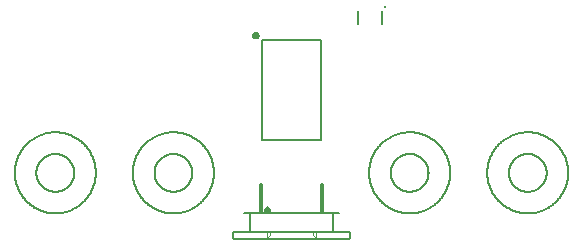
<source format=gbr>
G04 EAGLE Gerber RS-274X export*
G75*
%MOMM*%
%FSLAX34Y34*%
%LPD*%
%INSilkscreen Top*%
%IPPOS*%
%AMOC8*
5,1,8,0,0,1.08239X$1,22.5*%
G01*
%ADD10C,0.203200*%
%ADD11C,0.300000*%
%ADD12C,0.101600*%
%ADD13C,0.152400*%

G36*
X470545Y502930D02*
X470545Y502930D01*
X470547Y502932D01*
X470548Y502931D01*
X471219Y503166D01*
X471220Y503167D01*
X471221Y503167D01*
X471823Y503545D01*
X471824Y503547D01*
X471826Y503547D01*
X472328Y504049D01*
X472328Y504051D01*
X472330Y504052D01*
X472708Y504654D01*
X472708Y504655D01*
X472709Y504656D01*
X472944Y505327D01*
X472944Y505329D01*
X472945Y505330D01*
X473024Y506036D01*
X473024Y506037D01*
X473023Y506038D01*
X473024Y506039D01*
X472945Y506745D01*
X472943Y506747D01*
X472944Y506748D01*
X472709Y507419D01*
X472708Y507420D01*
X472708Y507421D01*
X472330Y508023D01*
X472328Y508024D01*
X472328Y508026D01*
X471826Y508528D01*
X471824Y508528D01*
X471823Y508530D01*
X471221Y508908D01*
X471220Y508908D01*
X471219Y508909D01*
X470548Y509144D01*
X470546Y509144D01*
X470545Y509145D01*
X469839Y509224D01*
X469837Y509223D01*
X469836Y509224D01*
X469130Y509145D01*
X469128Y509143D01*
X469127Y509144D01*
X468456Y508909D01*
X468455Y508908D01*
X468454Y508908D01*
X467852Y508530D01*
X467851Y508528D01*
X467849Y508528D01*
X467347Y508026D01*
X467347Y508024D01*
X467345Y508023D01*
X466967Y507421D01*
X466967Y507420D01*
X466966Y507419D01*
X466731Y506748D01*
X466732Y506746D01*
X466730Y506745D01*
X466651Y506039D01*
X466652Y506037D01*
X466651Y506036D01*
X466730Y505330D01*
X466732Y505328D01*
X466731Y505327D01*
X466966Y504656D01*
X466967Y504655D01*
X466967Y504654D01*
X467345Y504052D01*
X467347Y504051D01*
X467347Y504049D01*
X467849Y503547D01*
X467851Y503547D01*
X467852Y503545D01*
X468454Y503167D01*
X468455Y503167D01*
X468456Y503166D01*
X469127Y502931D01*
X469129Y502932D01*
X469130Y502930D01*
X469836Y502851D01*
X469838Y502852D01*
X469839Y502851D01*
X470545Y502930D01*
G37*
G36*
X482505Y356994D02*
X482505Y356994D01*
X482510Y356993D01*
X482603Y357014D01*
X482697Y357032D01*
X482701Y357035D01*
X482706Y357036D01*
X482784Y357092D01*
X482862Y357145D01*
X482865Y357149D01*
X482869Y357152D01*
X482920Y357234D01*
X482972Y357313D01*
X482972Y357318D01*
X482975Y357323D01*
X483007Y357500D01*
X483007Y358000D01*
X482994Y358065D01*
X482990Y358132D01*
X482974Y358166D01*
X482968Y358197D01*
X482959Y358209D01*
X482958Y358213D01*
X482937Y358243D01*
X482913Y358295D01*
X480413Y361795D01*
X480348Y361855D01*
X480286Y361919D01*
X480275Y361923D01*
X480266Y361932D01*
X480184Y361962D01*
X480102Y361997D01*
X480090Y361997D01*
X480078Y362001D01*
X479990Y361997D01*
X479901Y361998D01*
X479890Y361993D01*
X479878Y361992D01*
X479798Y361955D01*
X479716Y361921D01*
X479707Y361912D01*
X479697Y361907D01*
X479660Y361866D01*
X479587Y361795D01*
X477087Y358295D01*
X477061Y358236D01*
X477034Y358194D01*
X477033Y358191D01*
X477025Y358177D01*
X477018Y358141D01*
X477005Y358112D01*
X477004Y358063D01*
X476993Y358000D01*
X476993Y357500D01*
X476994Y357495D01*
X476993Y357490D01*
X477014Y357397D01*
X477032Y357304D01*
X477035Y357299D01*
X477036Y357294D01*
X477092Y357216D01*
X477145Y357138D01*
X477149Y357135D01*
X477152Y357131D01*
X477234Y357080D01*
X477313Y357028D01*
X477318Y357028D01*
X477323Y357025D01*
X477500Y356993D01*
X482500Y356993D01*
X482505Y356994D01*
G37*
D10*
X525000Y502500D02*
X525000Y417500D01*
X475000Y417500D01*
X475000Y502500D01*
X525000Y502500D01*
X556216Y515956D02*
X556216Y526956D01*
X576216Y526956D02*
X576216Y515956D01*
D11*
X579566Y530306D03*
D10*
X450500Y340000D02*
X450500Y335000D01*
X451500Y334000D01*
X548500Y334000D01*
X549500Y335000D01*
X549500Y340000D01*
X450500Y340000D01*
X459500Y356000D02*
X540500Y356000D01*
X465000Y355000D02*
X465000Y341000D01*
X535000Y341000D02*
X535000Y355000D01*
D12*
X479500Y339000D02*
X479500Y335000D01*
X482000Y337500D01*
X482000Y339000D01*
X518000Y339000D02*
X518000Y337500D01*
X520500Y335000D01*
X520500Y339000D01*
D10*
X473500Y357500D02*
X473500Y380000D01*
X473502Y380054D01*
X473508Y380107D01*
X473517Y380159D01*
X473530Y380211D01*
X473547Y380262D01*
X473568Y380312D01*
X473592Y380359D01*
X473619Y380405D01*
X473650Y380449D01*
X473683Y380491D01*
X473720Y380530D01*
X473759Y380567D01*
X473801Y380600D01*
X473845Y380631D01*
X473891Y380658D01*
X473938Y380682D01*
X473988Y380703D01*
X474039Y380720D01*
X474091Y380733D01*
X474143Y380742D01*
X474196Y380748D01*
X474250Y380750D01*
X474304Y380748D01*
X474357Y380742D01*
X474409Y380733D01*
X474461Y380720D01*
X474512Y380703D01*
X474562Y380682D01*
X474609Y380658D01*
X474655Y380631D01*
X474699Y380600D01*
X474741Y380567D01*
X474780Y380530D01*
X474817Y380491D01*
X474850Y380449D01*
X474881Y380405D01*
X474908Y380359D01*
X474932Y380312D01*
X474953Y380262D01*
X474970Y380211D01*
X474983Y380159D01*
X474992Y380107D01*
X474998Y380054D01*
X475000Y380000D01*
X475000Y357500D01*
X525000Y357500D02*
X525000Y380000D01*
X525002Y380054D01*
X525008Y380107D01*
X525017Y380159D01*
X525030Y380211D01*
X525047Y380262D01*
X525068Y380312D01*
X525092Y380359D01*
X525119Y380405D01*
X525150Y380449D01*
X525183Y380491D01*
X525220Y380530D01*
X525259Y380567D01*
X525301Y380600D01*
X525345Y380631D01*
X525391Y380658D01*
X525438Y380682D01*
X525488Y380703D01*
X525539Y380720D01*
X525591Y380733D01*
X525643Y380742D01*
X525696Y380748D01*
X525750Y380750D01*
X525804Y380748D01*
X525857Y380742D01*
X525909Y380733D01*
X525961Y380720D01*
X526012Y380703D01*
X526062Y380682D01*
X526109Y380658D01*
X526155Y380631D01*
X526199Y380600D01*
X526241Y380567D01*
X526280Y380530D01*
X526317Y380491D01*
X526350Y380449D01*
X526381Y380405D01*
X526408Y380359D01*
X526432Y380312D01*
X526453Y380262D01*
X526470Y380211D01*
X526483Y380159D01*
X526492Y380107D01*
X526498Y380054D01*
X526500Y380000D01*
X526500Y357500D01*
D13*
X565710Y390000D02*
X565720Y390842D01*
X565751Y391683D01*
X565803Y392523D01*
X565875Y393361D01*
X565968Y394197D01*
X566081Y395031D01*
X566215Y395862D01*
X566369Y396690D01*
X566543Y397513D01*
X566738Y398332D01*
X566952Y399146D01*
X567187Y399954D01*
X567441Y400756D01*
X567714Y401552D01*
X568008Y402341D01*
X568320Y403122D01*
X568652Y403896D01*
X569002Y404661D01*
X569371Y405417D01*
X569759Y406164D01*
X570165Y406901D01*
X570588Y407629D01*
X571030Y408345D01*
X571489Y409051D01*
X571965Y409744D01*
X572458Y410427D01*
X572968Y411096D01*
X573493Y411753D01*
X574035Y412397D01*
X574593Y413028D01*
X575166Y413644D01*
X575753Y414247D01*
X576356Y414834D01*
X576972Y415407D01*
X577603Y415965D01*
X578247Y416507D01*
X578904Y417032D01*
X579573Y417542D01*
X580256Y418035D01*
X580949Y418511D01*
X581655Y418970D01*
X582371Y419412D01*
X583099Y419835D01*
X583836Y420241D01*
X584583Y420629D01*
X585339Y420998D01*
X586104Y421348D01*
X586878Y421680D01*
X587659Y421992D01*
X588448Y422286D01*
X589244Y422559D01*
X590046Y422813D01*
X590854Y423048D01*
X591668Y423262D01*
X592487Y423457D01*
X593310Y423631D01*
X594138Y423785D01*
X594969Y423919D01*
X595803Y424032D01*
X596639Y424125D01*
X597477Y424197D01*
X598317Y424249D01*
X599158Y424280D01*
X600000Y424290D01*
X600842Y424280D01*
X601683Y424249D01*
X602523Y424197D01*
X603361Y424125D01*
X604197Y424032D01*
X605031Y423919D01*
X605862Y423785D01*
X606690Y423631D01*
X607513Y423457D01*
X608332Y423262D01*
X609146Y423048D01*
X609954Y422813D01*
X610756Y422559D01*
X611552Y422286D01*
X612341Y421992D01*
X613122Y421680D01*
X613896Y421348D01*
X614661Y420998D01*
X615417Y420629D01*
X616164Y420241D01*
X616901Y419835D01*
X617629Y419412D01*
X618345Y418970D01*
X619051Y418511D01*
X619744Y418035D01*
X620427Y417542D01*
X621096Y417032D01*
X621753Y416507D01*
X622397Y415965D01*
X623028Y415407D01*
X623644Y414834D01*
X624247Y414247D01*
X624834Y413644D01*
X625407Y413028D01*
X625965Y412397D01*
X626507Y411753D01*
X627032Y411096D01*
X627542Y410427D01*
X628035Y409744D01*
X628511Y409051D01*
X628970Y408345D01*
X629412Y407629D01*
X629835Y406901D01*
X630241Y406164D01*
X630629Y405417D01*
X630998Y404661D01*
X631348Y403896D01*
X631680Y403122D01*
X631992Y402341D01*
X632286Y401552D01*
X632559Y400756D01*
X632813Y399954D01*
X633048Y399146D01*
X633262Y398332D01*
X633457Y397513D01*
X633631Y396690D01*
X633785Y395862D01*
X633919Y395031D01*
X634032Y394197D01*
X634125Y393361D01*
X634197Y392523D01*
X634249Y391683D01*
X634280Y390842D01*
X634290Y390000D01*
X634280Y389158D01*
X634249Y388317D01*
X634197Y387477D01*
X634125Y386639D01*
X634032Y385803D01*
X633919Y384969D01*
X633785Y384138D01*
X633631Y383310D01*
X633457Y382487D01*
X633262Y381668D01*
X633048Y380854D01*
X632813Y380046D01*
X632559Y379244D01*
X632286Y378448D01*
X631992Y377659D01*
X631680Y376878D01*
X631348Y376104D01*
X630998Y375339D01*
X630629Y374583D01*
X630241Y373836D01*
X629835Y373099D01*
X629412Y372371D01*
X628970Y371655D01*
X628511Y370949D01*
X628035Y370256D01*
X627542Y369573D01*
X627032Y368904D01*
X626507Y368247D01*
X625965Y367603D01*
X625407Y366972D01*
X624834Y366356D01*
X624247Y365753D01*
X623644Y365166D01*
X623028Y364593D01*
X622397Y364035D01*
X621753Y363493D01*
X621096Y362968D01*
X620427Y362458D01*
X619744Y361965D01*
X619051Y361489D01*
X618345Y361030D01*
X617629Y360588D01*
X616901Y360165D01*
X616164Y359759D01*
X615417Y359371D01*
X614661Y359002D01*
X613896Y358652D01*
X613122Y358320D01*
X612341Y358008D01*
X611552Y357714D01*
X610756Y357441D01*
X609954Y357187D01*
X609146Y356952D01*
X608332Y356738D01*
X607513Y356543D01*
X606690Y356369D01*
X605862Y356215D01*
X605031Y356081D01*
X604197Y355968D01*
X603361Y355875D01*
X602523Y355803D01*
X601683Y355751D01*
X600842Y355720D01*
X600000Y355710D01*
X599158Y355720D01*
X598317Y355751D01*
X597477Y355803D01*
X596639Y355875D01*
X595803Y355968D01*
X594969Y356081D01*
X594138Y356215D01*
X593310Y356369D01*
X592487Y356543D01*
X591668Y356738D01*
X590854Y356952D01*
X590046Y357187D01*
X589244Y357441D01*
X588448Y357714D01*
X587659Y358008D01*
X586878Y358320D01*
X586104Y358652D01*
X585339Y359002D01*
X584583Y359371D01*
X583836Y359759D01*
X583099Y360165D01*
X582371Y360588D01*
X581655Y361030D01*
X580949Y361489D01*
X580256Y361965D01*
X579573Y362458D01*
X578904Y362968D01*
X578247Y363493D01*
X577603Y364035D01*
X576972Y364593D01*
X576356Y365166D01*
X575753Y365753D01*
X575166Y366356D01*
X574593Y366972D01*
X574035Y367603D01*
X573493Y368247D01*
X572968Y368904D01*
X572458Y369573D01*
X571965Y370256D01*
X571489Y370949D01*
X571030Y371655D01*
X570588Y372371D01*
X570165Y373099D01*
X569759Y373836D01*
X569371Y374583D01*
X569002Y375339D01*
X568652Y376104D01*
X568320Y376878D01*
X568008Y377659D01*
X567714Y378448D01*
X567441Y379244D01*
X567187Y380046D01*
X566952Y380854D01*
X566738Y381668D01*
X566543Y382487D01*
X566369Y383310D01*
X566215Y384138D01*
X566081Y384969D01*
X565968Y385803D01*
X565875Y386639D01*
X565803Y387477D01*
X565751Y388317D01*
X565720Y389158D01*
X565710Y390000D01*
D10*
X584000Y390000D02*
X584005Y390393D01*
X584019Y390785D01*
X584043Y391177D01*
X584077Y391568D01*
X584120Y391959D01*
X584173Y392348D01*
X584236Y392735D01*
X584307Y393121D01*
X584389Y393506D01*
X584479Y393888D01*
X584580Y394267D01*
X584689Y394645D01*
X584808Y395019D01*
X584935Y395390D01*
X585072Y395758D01*
X585218Y396123D01*
X585373Y396484D01*
X585536Y396841D01*
X585708Y397194D01*
X585889Y397542D01*
X586079Y397886D01*
X586276Y398226D01*
X586482Y398560D01*
X586696Y398889D01*
X586919Y399213D01*
X587149Y399531D01*
X587386Y399844D01*
X587632Y400150D01*
X587885Y400451D01*
X588145Y400745D01*
X588412Y401033D01*
X588686Y401314D01*
X588967Y401588D01*
X589255Y401855D01*
X589549Y402115D01*
X589850Y402368D01*
X590156Y402614D01*
X590469Y402851D01*
X590787Y403081D01*
X591111Y403304D01*
X591440Y403518D01*
X591774Y403724D01*
X592114Y403921D01*
X592458Y404111D01*
X592806Y404292D01*
X593159Y404464D01*
X593516Y404627D01*
X593877Y404782D01*
X594242Y404928D01*
X594610Y405065D01*
X594981Y405192D01*
X595355Y405311D01*
X595733Y405420D01*
X596112Y405521D01*
X596494Y405611D01*
X596879Y405693D01*
X597265Y405764D01*
X597652Y405827D01*
X598041Y405880D01*
X598432Y405923D01*
X598823Y405957D01*
X599215Y405981D01*
X599607Y405995D01*
X600000Y406000D01*
X600393Y405995D01*
X600785Y405981D01*
X601177Y405957D01*
X601568Y405923D01*
X601959Y405880D01*
X602348Y405827D01*
X602735Y405764D01*
X603121Y405693D01*
X603506Y405611D01*
X603888Y405521D01*
X604267Y405420D01*
X604645Y405311D01*
X605019Y405192D01*
X605390Y405065D01*
X605758Y404928D01*
X606123Y404782D01*
X606484Y404627D01*
X606841Y404464D01*
X607194Y404292D01*
X607542Y404111D01*
X607886Y403921D01*
X608226Y403724D01*
X608560Y403518D01*
X608889Y403304D01*
X609213Y403081D01*
X609531Y402851D01*
X609844Y402614D01*
X610150Y402368D01*
X610451Y402115D01*
X610745Y401855D01*
X611033Y401588D01*
X611314Y401314D01*
X611588Y401033D01*
X611855Y400745D01*
X612115Y400451D01*
X612368Y400150D01*
X612614Y399844D01*
X612851Y399531D01*
X613081Y399213D01*
X613304Y398889D01*
X613518Y398560D01*
X613724Y398226D01*
X613921Y397886D01*
X614111Y397542D01*
X614292Y397194D01*
X614464Y396841D01*
X614627Y396484D01*
X614782Y396123D01*
X614928Y395758D01*
X615065Y395390D01*
X615192Y395019D01*
X615311Y394645D01*
X615420Y394267D01*
X615521Y393888D01*
X615611Y393506D01*
X615693Y393121D01*
X615764Y392735D01*
X615827Y392348D01*
X615880Y391959D01*
X615923Y391568D01*
X615957Y391177D01*
X615981Y390785D01*
X615995Y390393D01*
X616000Y390000D01*
X615995Y389607D01*
X615981Y389215D01*
X615957Y388823D01*
X615923Y388432D01*
X615880Y388041D01*
X615827Y387652D01*
X615764Y387265D01*
X615693Y386879D01*
X615611Y386494D01*
X615521Y386112D01*
X615420Y385733D01*
X615311Y385355D01*
X615192Y384981D01*
X615065Y384610D01*
X614928Y384242D01*
X614782Y383877D01*
X614627Y383516D01*
X614464Y383159D01*
X614292Y382806D01*
X614111Y382458D01*
X613921Y382114D01*
X613724Y381774D01*
X613518Y381440D01*
X613304Y381111D01*
X613081Y380787D01*
X612851Y380469D01*
X612614Y380156D01*
X612368Y379850D01*
X612115Y379549D01*
X611855Y379255D01*
X611588Y378967D01*
X611314Y378686D01*
X611033Y378412D01*
X610745Y378145D01*
X610451Y377885D01*
X610150Y377632D01*
X609844Y377386D01*
X609531Y377149D01*
X609213Y376919D01*
X608889Y376696D01*
X608560Y376482D01*
X608226Y376276D01*
X607886Y376079D01*
X607542Y375889D01*
X607194Y375708D01*
X606841Y375536D01*
X606484Y375373D01*
X606123Y375218D01*
X605758Y375072D01*
X605390Y374935D01*
X605019Y374808D01*
X604645Y374689D01*
X604267Y374580D01*
X603888Y374479D01*
X603506Y374389D01*
X603121Y374307D01*
X602735Y374236D01*
X602348Y374173D01*
X601959Y374120D01*
X601568Y374077D01*
X601177Y374043D01*
X600785Y374019D01*
X600393Y374005D01*
X600000Y374000D01*
X599607Y374005D01*
X599215Y374019D01*
X598823Y374043D01*
X598432Y374077D01*
X598041Y374120D01*
X597652Y374173D01*
X597265Y374236D01*
X596879Y374307D01*
X596494Y374389D01*
X596112Y374479D01*
X595733Y374580D01*
X595355Y374689D01*
X594981Y374808D01*
X594610Y374935D01*
X594242Y375072D01*
X593877Y375218D01*
X593516Y375373D01*
X593159Y375536D01*
X592806Y375708D01*
X592458Y375889D01*
X592114Y376079D01*
X591774Y376276D01*
X591440Y376482D01*
X591111Y376696D01*
X590787Y376919D01*
X590469Y377149D01*
X590156Y377386D01*
X589850Y377632D01*
X589549Y377885D01*
X589255Y378145D01*
X588967Y378412D01*
X588686Y378686D01*
X588412Y378967D01*
X588145Y379255D01*
X587885Y379549D01*
X587632Y379850D01*
X587386Y380156D01*
X587149Y380469D01*
X586919Y380787D01*
X586696Y381111D01*
X586482Y381440D01*
X586276Y381774D01*
X586079Y382114D01*
X585889Y382458D01*
X585708Y382806D01*
X585536Y383159D01*
X585373Y383516D01*
X585218Y383877D01*
X585072Y384242D01*
X584935Y384610D01*
X584808Y384981D01*
X584689Y385355D01*
X584580Y385733D01*
X584479Y386112D01*
X584389Y386494D01*
X584307Y386879D01*
X584236Y387265D01*
X584173Y387652D01*
X584120Y388041D01*
X584077Y388432D01*
X584043Y388823D01*
X584019Y389215D01*
X584005Y389607D01*
X584000Y390000D01*
D13*
X265710Y390000D02*
X265720Y390842D01*
X265751Y391683D01*
X265803Y392523D01*
X265875Y393361D01*
X265968Y394197D01*
X266081Y395031D01*
X266215Y395862D01*
X266369Y396690D01*
X266543Y397513D01*
X266738Y398332D01*
X266952Y399146D01*
X267187Y399954D01*
X267441Y400756D01*
X267714Y401552D01*
X268008Y402341D01*
X268320Y403122D01*
X268652Y403896D01*
X269002Y404661D01*
X269371Y405417D01*
X269759Y406164D01*
X270165Y406901D01*
X270588Y407629D01*
X271030Y408345D01*
X271489Y409051D01*
X271965Y409744D01*
X272458Y410427D01*
X272968Y411096D01*
X273493Y411753D01*
X274035Y412397D01*
X274593Y413028D01*
X275166Y413644D01*
X275753Y414247D01*
X276356Y414834D01*
X276972Y415407D01*
X277603Y415965D01*
X278247Y416507D01*
X278904Y417032D01*
X279573Y417542D01*
X280256Y418035D01*
X280949Y418511D01*
X281655Y418970D01*
X282371Y419412D01*
X283099Y419835D01*
X283836Y420241D01*
X284583Y420629D01*
X285339Y420998D01*
X286104Y421348D01*
X286878Y421680D01*
X287659Y421992D01*
X288448Y422286D01*
X289244Y422559D01*
X290046Y422813D01*
X290854Y423048D01*
X291668Y423262D01*
X292487Y423457D01*
X293310Y423631D01*
X294138Y423785D01*
X294969Y423919D01*
X295803Y424032D01*
X296639Y424125D01*
X297477Y424197D01*
X298317Y424249D01*
X299158Y424280D01*
X300000Y424290D01*
X300842Y424280D01*
X301683Y424249D01*
X302523Y424197D01*
X303361Y424125D01*
X304197Y424032D01*
X305031Y423919D01*
X305862Y423785D01*
X306690Y423631D01*
X307513Y423457D01*
X308332Y423262D01*
X309146Y423048D01*
X309954Y422813D01*
X310756Y422559D01*
X311552Y422286D01*
X312341Y421992D01*
X313122Y421680D01*
X313896Y421348D01*
X314661Y420998D01*
X315417Y420629D01*
X316164Y420241D01*
X316901Y419835D01*
X317629Y419412D01*
X318345Y418970D01*
X319051Y418511D01*
X319744Y418035D01*
X320427Y417542D01*
X321096Y417032D01*
X321753Y416507D01*
X322397Y415965D01*
X323028Y415407D01*
X323644Y414834D01*
X324247Y414247D01*
X324834Y413644D01*
X325407Y413028D01*
X325965Y412397D01*
X326507Y411753D01*
X327032Y411096D01*
X327542Y410427D01*
X328035Y409744D01*
X328511Y409051D01*
X328970Y408345D01*
X329412Y407629D01*
X329835Y406901D01*
X330241Y406164D01*
X330629Y405417D01*
X330998Y404661D01*
X331348Y403896D01*
X331680Y403122D01*
X331992Y402341D01*
X332286Y401552D01*
X332559Y400756D01*
X332813Y399954D01*
X333048Y399146D01*
X333262Y398332D01*
X333457Y397513D01*
X333631Y396690D01*
X333785Y395862D01*
X333919Y395031D01*
X334032Y394197D01*
X334125Y393361D01*
X334197Y392523D01*
X334249Y391683D01*
X334280Y390842D01*
X334290Y390000D01*
X334280Y389158D01*
X334249Y388317D01*
X334197Y387477D01*
X334125Y386639D01*
X334032Y385803D01*
X333919Y384969D01*
X333785Y384138D01*
X333631Y383310D01*
X333457Y382487D01*
X333262Y381668D01*
X333048Y380854D01*
X332813Y380046D01*
X332559Y379244D01*
X332286Y378448D01*
X331992Y377659D01*
X331680Y376878D01*
X331348Y376104D01*
X330998Y375339D01*
X330629Y374583D01*
X330241Y373836D01*
X329835Y373099D01*
X329412Y372371D01*
X328970Y371655D01*
X328511Y370949D01*
X328035Y370256D01*
X327542Y369573D01*
X327032Y368904D01*
X326507Y368247D01*
X325965Y367603D01*
X325407Y366972D01*
X324834Y366356D01*
X324247Y365753D01*
X323644Y365166D01*
X323028Y364593D01*
X322397Y364035D01*
X321753Y363493D01*
X321096Y362968D01*
X320427Y362458D01*
X319744Y361965D01*
X319051Y361489D01*
X318345Y361030D01*
X317629Y360588D01*
X316901Y360165D01*
X316164Y359759D01*
X315417Y359371D01*
X314661Y359002D01*
X313896Y358652D01*
X313122Y358320D01*
X312341Y358008D01*
X311552Y357714D01*
X310756Y357441D01*
X309954Y357187D01*
X309146Y356952D01*
X308332Y356738D01*
X307513Y356543D01*
X306690Y356369D01*
X305862Y356215D01*
X305031Y356081D01*
X304197Y355968D01*
X303361Y355875D01*
X302523Y355803D01*
X301683Y355751D01*
X300842Y355720D01*
X300000Y355710D01*
X299158Y355720D01*
X298317Y355751D01*
X297477Y355803D01*
X296639Y355875D01*
X295803Y355968D01*
X294969Y356081D01*
X294138Y356215D01*
X293310Y356369D01*
X292487Y356543D01*
X291668Y356738D01*
X290854Y356952D01*
X290046Y357187D01*
X289244Y357441D01*
X288448Y357714D01*
X287659Y358008D01*
X286878Y358320D01*
X286104Y358652D01*
X285339Y359002D01*
X284583Y359371D01*
X283836Y359759D01*
X283099Y360165D01*
X282371Y360588D01*
X281655Y361030D01*
X280949Y361489D01*
X280256Y361965D01*
X279573Y362458D01*
X278904Y362968D01*
X278247Y363493D01*
X277603Y364035D01*
X276972Y364593D01*
X276356Y365166D01*
X275753Y365753D01*
X275166Y366356D01*
X274593Y366972D01*
X274035Y367603D01*
X273493Y368247D01*
X272968Y368904D01*
X272458Y369573D01*
X271965Y370256D01*
X271489Y370949D01*
X271030Y371655D01*
X270588Y372371D01*
X270165Y373099D01*
X269759Y373836D01*
X269371Y374583D01*
X269002Y375339D01*
X268652Y376104D01*
X268320Y376878D01*
X268008Y377659D01*
X267714Y378448D01*
X267441Y379244D01*
X267187Y380046D01*
X266952Y380854D01*
X266738Y381668D01*
X266543Y382487D01*
X266369Y383310D01*
X266215Y384138D01*
X266081Y384969D01*
X265968Y385803D01*
X265875Y386639D01*
X265803Y387477D01*
X265751Y388317D01*
X265720Y389158D01*
X265710Y390000D01*
D10*
X284000Y390000D02*
X284005Y390393D01*
X284019Y390785D01*
X284043Y391177D01*
X284077Y391568D01*
X284120Y391959D01*
X284173Y392348D01*
X284236Y392735D01*
X284307Y393121D01*
X284389Y393506D01*
X284479Y393888D01*
X284580Y394267D01*
X284689Y394645D01*
X284808Y395019D01*
X284935Y395390D01*
X285072Y395758D01*
X285218Y396123D01*
X285373Y396484D01*
X285536Y396841D01*
X285708Y397194D01*
X285889Y397542D01*
X286079Y397886D01*
X286276Y398226D01*
X286482Y398560D01*
X286696Y398889D01*
X286919Y399213D01*
X287149Y399531D01*
X287386Y399844D01*
X287632Y400150D01*
X287885Y400451D01*
X288145Y400745D01*
X288412Y401033D01*
X288686Y401314D01*
X288967Y401588D01*
X289255Y401855D01*
X289549Y402115D01*
X289850Y402368D01*
X290156Y402614D01*
X290469Y402851D01*
X290787Y403081D01*
X291111Y403304D01*
X291440Y403518D01*
X291774Y403724D01*
X292114Y403921D01*
X292458Y404111D01*
X292806Y404292D01*
X293159Y404464D01*
X293516Y404627D01*
X293877Y404782D01*
X294242Y404928D01*
X294610Y405065D01*
X294981Y405192D01*
X295355Y405311D01*
X295733Y405420D01*
X296112Y405521D01*
X296494Y405611D01*
X296879Y405693D01*
X297265Y405764D01*
X297652Y405827D01*
X298041Y405880D01*
X298432Y405923D01*
X298823Y405957D01*
X299215Y405981D01*
X299607Y405995D01*
X300000Y406000D01*
X300393Y405995D01*
X300785Y405981D01*
X301177Y405957D01*
X301568Y405923D01*
X301959Y405880D01*
X302348Y405827D01*
X302735Y405764D01*
X303121Y405693D01*
X303506Y405611D01*
X303888Y405521D01*
X304267Y405420D01*
X304645Y405311D01*
X305019Y405192D01*
X305390Y405065D01*
X305758Y404928D01*
X306123Y404782D01*
X306484Y404627D01*
X306841Y404464D01*
X307194Y404292D01*
X307542Y404111D01*
X307886Y403921D01*
X308226Y403724D01*
X308560Y403518D01*
X308889Y403304D01*
X309213Y403081D01*
X309531Y402851D01*
X309844Y402614D01*
X310150Y402368D01*
X310451Y402115D01*
X310745Y401855D01*
X311033Y401588D01*
X311314Y401314D01*
X311588Y401033D01*
X311855Y400745D01*
X312115Y400451D01*
X312368Y400150D01*
X312614Y399844D01*
X312851Y399531D01*
X313081Y399213D01*
X313304Y398889D01*
X313518Y398560D01*
X313724Y398226D01*
X313921Y397886D01*
X314111Y397542D01*
X314292Y397194D01*
X314464Y396841D01*
X314627Y396484D01*
X314782Y396123D01*
X314928Y395758D01*
X315065Y395390D01*
X315192Y395019D01*
X315311Y394645D01*
X315420Y394267D01*
X315521Y393888D01*
X315611Y393506D01*
X315693Y393121D01*
X315764Y392735D01*
X315827Y392348D01*
X315880Y391959D01*
X315923Y391568D01*
X315957Y391177D01*
X315981Y390785D01*
X315995Y390393D01*
X316000Y390000D01*
X315995Y389607D01*
X315981Y389215D01*
X315957Y388823D01*
X315923Y388432D01*
X315880Y388041D01*
X315827Y387652D01*
X315764Y387265D01*
X315693Y386879D01*
X315611Y386494D01*
X315521Y386112D01*
X315420Y385733D01*
X315311Y385355D01*
X315192Y384981D01*
X315065Y384610D01*
X314928Y384242D01*
X314782Y383877D01*
X314627Y383516D01*
X314464Y383159D01*
X314292Y382806D01*
X314111Y382458D01*
X313921Y382114D01*
X313724Y381774D01*
X313518Y381440D01*
X313304Y381111D01*
X313081Y380787D01*
X312851Y380469D01*
X312614Y380156D01*
X312368Y379850D01*
X312115Y379549D01*
X311855Y379255D01*
X311588Y378967D01*
X311314Y378686D01*
X311033Y378412D01*
X310745Y378145D01*
X310451Y377885D01*
X310150Y377632D01*
X309844Y377386D01*
X309531Y377149D01*
X309213Y376919D01*
X308889Y376696D01*
X308560Y376482D01*
X308226Y376276D01*
X307886Y376079D01*
X307542Y375889D01*
X307194Y375708D01*
X306841Y375536D01*
X306484Y375373D01*
X306123Y375218D01*
X305758Y375072D01*
X305390Y374935D01*
X305019Y374808D01*
X304645Y374689D01*
X304267Y374580D01*
X303888Y374479D01*
X303506Y374389D01*
X303121Y374307D01*
X302735Y374236D01*
X302348Y374173D01*
X301959Y374120D01*
X301568Y374077D01*
X301177Y374043D01*
X300785Y374019D01*
X300393Y374005D01*
X300000Y374000D01*
X299607Y374005D01*
X299215Y374019D01*
X298823Y374043D01*
X298432Y374077D01*
X298041Y374120D01*
X297652Y374173D01*
X297265Y374236D01*
X296879Y374307D01*
X296494Y374389D01*
X296112Y374479D01*
X295733Y374580D01*
X295355Y374689D01*
X294981Y374808D01*
X294610Y374935D01*
X294242Y375072D01*
X293877Y375218D01*
X293516Y375373D01*
X293159Y375536D01*
X292806Y375708D01*
X292458Y375889D01*
X292114Y376079D01*
X291774Y376276D01*
X291440Y376482D01*
X291111Y376696D01*
X290787Y376919D01*
X290469Y377149D01*
X290156Y377386D01*
X289850Y377632D01*
X289549Y377885D01*
X289255Y378145D01*
X288967Y378412D01*
X288686Y378686D01*
X288412Y378967D01*
X288145Y379255D01*
X287885Y379549D01*
X287632Y379850D01*
X287386Y380156D01*
X287149Y380469D01*
X286919Y380787D01*
X286696Y381111D01*
X286482Y381440D01*
X286276Y381774D01*
X286079Y382114D01*
X285889Y382458D01*
X285708Y382806D01*
X285536Y383159D01*
X285373Y383516D01*
X285218Y383877D01*
X285072Y384242D01*
X284935Y384610D01*
X284808Y384981D01*
X284689Y385355D01*
X284580Y385733D01*
X284479Y386112D01*
X284389Y386494D01*
X284307Y386879D01*
X284236Y387265D01*
X284173Y387652D01*
X284120Y388041D01*
X284077Y388432D01*
X284043Y388823D01*
X284019Y389215D01*
X284005Y389607D01*
X284000Y390000D01*
D13*
X665710Y390000D02*
X665720Y390842D01*
X665751Y391683D01*
X665803Y392523D01*
X665875Y393361D01*
X665968Y394197D01*
X666081Y395031D01*
X666215Y395862D01*
X666369Y396690D01*
X666543Y397513D01*
X666738Y398332D01*
X666952Y399146D01*
X667187Y399954D01*
X667441Y400756D01*
X667714Y401552D01*
X668008Y402341D01*
X668320Y403122D01*
X668652Y403896D01*
X669002Y404661D01*
X669371Y405417D01*
X669759Y406164D01*
X670165Y406901D01*
X670588Y407629D01*
X671030Y408345D01*
X671489Y409051D01*
X671965Y409744D01*
X672458Y410427D01*
X672968Y411096D01*
X673493Y411753D01*
X674035Y412397D01*
X674593Y413028D01*
X675166Y413644D01*
X675753Y414247D01*
X676356Y414834D01*
X676972Y415407D01*
X677603Y415965D01*
X678247Y416507D01*
X678904Y417032D01*
X679573Y417542D01*
X680256Y418035D01*
X680949Y418511D01*
X681655Y418970D01*
X682371Y419412D01*
X683099Y419835D01*
X683836Y420241D01*
X684583Y420629D01*
X685339Y420998D01*
X686104Y421348D01*
X686878Y421680D01*
X687659Y421992D01*
X688448Y422286D01*
X689244Y422559D01*
X690046Y422813D01*
X690854Y423048D01*
X691668Y423262D01*
X692487Y423457D01*
X693310Y423631D01*
X694138Y423785D01*
X694969Y423919D01*
X695803Y424032D01*
X696639Y424125D01*
X697477Y424197D01*
X698317Y424249D01*
X699158Y424280D01*
X700000Y424290D01*
X700842Y424280D01*
X701683Y424249D01*
X702523Y424197D01*
X703361Y424125D01*
X704197Y424032D01*
X705031Y423919D01*
X705862Y423785D01*
X706690Y423631D01*
X707513Y423457D01*
X708332Y423262D01*
X709146Y423048D01*
X709954Y422813D01*
X710756Y422559D01*
X711552Y422286D01*
X712341Y421992D01*
X713122Y421680D01*
X713896Y421348D01*
X714661Y420998D01*
X715417Y420629D01*
X716164Y420241D01*
X716901Y419835D01*
X717629Y419412D01*
X718345Y418970D01*
X719051Y418511D01*
X719744Y418035D01*
X720427Y417542D01*
X721096Y417032D01*
X721753Y416507D01*
X722397Y415965D01*
X723028Y415407D01*
X723644Y414834D01*
X724247Y414247D01*
X724834Y413644D01*
X725407Y413028D01*
X725965Y412397D01*
X726507Y411753D01*
X727032Y411096D01*
X727542Y410427D01*
X728035Y409744D01*
X728511Y409051D01*
X728970Y408345D01*
X729412Y407629D01*
X729835Y406901D01*
X730241Y406164D01*
X730629Y405417D01*
X730998Y404661D01*
X731348Y403896D01*
X731680Y403122D01*
X731992Y402341D01*
X732286Y401552D01*
X732559Y400756D01*
X732813Y399954D01*
X733048Y399146D01*
X733262Y398332D01*
X733457Y397513D01*
X733631Y396690D01*
X733785Y395862D01*
X733919Y395031D01*
X734032Y394197D01*
X734125Y393361D01*
X734197Y392523D01*
X734249Y391683D01*
X734280Y390842D01*
X734290Y390000D01*
X734280Y389158D01*
X734249Y388317D01*
X734197Y387477D01*
X734125Y386639D01*
X734032Y385803D01*
X733919Y384969D01*
X733785Y384138D01*
X733631Y383310D01*
X733457Y382487D01*
X733262Y381668D01*
X733048Y380854D01*
X732813Y380046D01*
X732559Y379244D01*
X732286Y378448D01*
X731992Y377659D01*
X731680Y376878D01*
X731348Y376104D01*
X730998Y375339D01*
X730629Y374583D01*
X730241Y373836D01*
X729835Y373099D01*
X729412Y372371D01*
X728970Y371655D01*
X728511Y370949D01*
X728035Y370256D01*
X727542Y369573D01*
X727032Y368904D01*
X726507Y368247D01*
X725965Y367603D01*
X725407Y366972D01*
X724834Y366356D01*
X724247Y365753D01*
X723644Y365166D01*
X723028Y364593D01*
X722397Y364035D01*
X721753Y363493D01*
X721096Y362968D01*
X720427Y362458D01*
X719744Y361965D01*
X719051Y361489D01*
X718345Y361030D01*
X717629Y360588D01*
X716901Y360165D01*
X716164Y359759D01*
X715417Y359371D01*
X714661Y359002D01*
X713896Y358652D01*
X713122Y358320D01*
X712341Y358008D01*
X711552Y357714D01*
X710756Y357441D01*
X709954Y357187D01*
X709146Y356952D01*
X708332Y356738D01*
X707513Y356543D01*
X706690Y356369D01*
X705862Y356215D01*
X705031Y356081D01*
X704197Y355968D01*
X703361Y355875D01*
X702523Y355803D01*
X701683Y355751D01*
X700842Y355720D01*
X700000Y355710D01*
X699158Y355720D01*
X698317Y355751D01*
X697477Y355803D01*
X696639Y355875D01*
X695803Y355968D01*
X694969Y356081D01*
X694138Y356215D01*
X693310Y356369D01*
X692487Y356543D01*
X691668Y356738D01*
X690854Y356952D01*
X690046Y357187D01*
X689244Y357441D01*
X688448Y357714D01*
X687659Y358008D01*
X686878Y358320D01*
X686104Y358652D01*
X685339Y359002D01*
X684583Y359371D01*
X683836Y359759D01*
X683099Y360165D01*
X682371Y360588D01*
X681655Y361030D01*
X680949Y361489D01*
X680256Y361965D01*
X679573Y362458D01*
X678904Y362968D01*
X678247Y363493D01*
X677603Y364035D01*
X676972Y364593D01*
X676356Y365166D01*
X675753Y365753D01*
X675166Y366356D01*
X674593Y366972D01*
X674035Y367603D01*
X673493Y368247D01*
X672968Y368904D01*
X672458Y369573D01*
X671965Y370256D01*
X671489Y370949D01*
X671030Y371655D01*
X670588Y372371D01*
X670165Y373099D01*
X669759Y373836D01*
X669371Y374583D01*
X669002Y375339D01*
X668652Y376104D01*
X668320Y376878D01*
X668008Y377659D01*
X667714Y378448D01*
X667441Y379244D01*
X667187Y380046D01*
X666952Y380854D01*
X666738Y381668D01*
X666543Y382487D01*
X666369Y383310D01*
X666215Y384138D01*
X666081Y384969D01*
X665968Y385803D01*
X665875Y386639D01*
X665803Y387477D01*
X665751Y388317D01*
X665720Y389158D01*
X665710Y390000D01*
D10*
X684000Y390000D02*
X684005Y390393D01*
X684019Y390785D01*
X684043Y391177D01*
X684077Y391568D01*
X684120Y391959D01*
X684173Y392348D01*
X684236Y392735D01*
X684307Y393121D01*
X684389Y393506D01*
X684479Y393888D01*
X684580Y394267D01*
X684689Y394645D01*
X684808Y395019D01*
X684935Y395390D01*
X685072Y395758D01*
X685218Y396123D01*
X685373Y396484D01*
X685536Y396841D01*
X685708Y397194D01*
X685889Y397542D01*
X686079Y397886D01*
X686276Y398226D01*
X686482Y398560D01*
X686696Y398889D01*
X686919Y399213D01*
X687149Y399531D01*
X687386Y399844D01*
X687632Y400150D01*
X687885Y400451D01*
X688145Y400745D01*
X688412Y401033D01*
X688686Y401314D01*
X688967Y401588D01*
X689255Y401855D01*
X689549Y402115D01*
X689850Y402368D01*
X690156Y402614D01*
X690469Y402851D01*
X690787Y403081D01*
X691111Y403304D01*
X691440Y403518D01*
X691774Y403724D01*
X692114Y403921D01*
X692458Y404111D01*
X692806Y404292D01*
X693159Y404464D01*
X693516Y404627D01*
X693877Y404782D01*
X694242Y404928D01*
X694610Y405065D01*
X694981Y405192D01*
X695355Y405311D01*
X695733Y405420D01*
X696112Y405521D01*
X696494Y405611D01*
X696879Y405693D01*
X697265Y405764D01*
X697652Y405827D01*
X698041Y405880D01*
X698432Y405923D01*
X698823Y405957D01*
X699215Y405981D01*
X699607Y405995D01*
X700000Y406000D01*
X700393Y405995D01*
X700785Y405981D01*
X701177Y405957D01*
X701568Y405923D01*
X701959Y405880D01*
X702348Y405827D01*
X702735Y405764D01*
X703121Y405693D01*
X703506Y405611D01*
X703888Y405521D01*
X704267Y405420D01*
X704645Y405311D01*
X705019Y405192D01*
X705390Y405065D01*
X705758Y404928D01*
X706123Y404782D01*
X706484Y404627D01*
X706841Y404464D01*
X707194Y404292D01*
X707542Y404111D01*
X707886Y403921D01*
X708226Y403724D01*
X708560Y403518D01*
X708889Y403304D01*
X709213Y403081D01*
X709531Y402851D01*
X709844Y402614D01*
X710150Y402368D01*
X710451Y402115D01*
X710745Y401855D01*
X711033Y401588D01*
X711314Y401314D01*
X711588Y401033D01*
X711855Y400745D01*
X712115Y400451D01*
X712368Y400150D01*
X712614Y399844D01*
X712851Y399531D01*
X713081Y399213D01*
X713304Y398889D01*
X713518Y398560D01*
X713724Y398226D01*
X713921Y397886D01*
X714111Y397542D01*
X714292Y397194D01*
X714464Y396841D01*
X714627Y396484D01*
X714782Y396123D01*
X714928Y395758D01*
X715065Y395390D01*
X715192Y395019D01*
X715311Y394645D01*
X715420Y394267D01*
X715521Y393888D01*
X715611Y393506D01*
X715693Y393121D01*
X715764Y392735D01*
X715827Y392348D01*
X715880Y391959D01*
X715923Y391568D01*
X715957Y391177D01*
X715981Y390785D01*
X715995Y390393D01*
X716000Y390000D01*
X715995Y389607D01*
X715981Y389215D01*
X715957Y388823D01*
X715923Y388432D01*
X715880Y388041D01*
X715827Y387652D01*
X715764Y387265D01*
X715693Y386879D01*
X715611Y386494D01*
X715521Y386112D01*
X715420Y385733D01*
X715311Y385355D01*
X715192Y384981D01*
X715065Y384610D01*
X714928Y384242D01*
X714782Y383877D01*
X714627Y383516D01*
X714464Y383159D01*
X714292Y382806D01*
X714111Y382458D01*
X713921Y382114D01*
X713724Y381774D01*
X713518Y381440D01*
X713304Y381111D01*
X713081Y380787D01*
X712851Y380469D01*
X712614Y380156D01*
X712368Y379850D01*
X712115Y379549D01*
X711855Y379255D01*
X711588Y378967D01*
X711314Y378686D01*
X711033Y378412D01*
X710745Y378145D01*
X710451Y377885D01*
X710150Y377632D01*
X709844Y377386D01*
X709531Y377149D01*
X709213Y376919D01*
X708889Y376696D01*
X708560Y376482D01*
X708226Y376276D01*
X707886Y376079D01*
X707542Y375889D01*
X707194Y375708D01*
X706841Y375536D01*
X706484Y375373D01*
X706123Y375218D01*
X705758Y375072D01*
X705390Y374935D01*
X705019Y374808D01*
X704645Y374689D01*
X704267Y374580D01*
X703888Y374479D01*
X703506Y374389D01*
X703121Y374307D01*
X702735Y374236D01*
X702348Y374173D01*
X701959Y374120D01*
X701568Y374077D01*
X701177Y374043D01*
X700785Y374019D01*
X700393Y374005D01*
X700000Y374000D01*
X699607Y374005D01*
X699215Y374019D01*
X698823Y374043D01*
X698432Y374077D01*
X698041Y374120D01*
X697652Y374173D01*
X697265Y374236D01*
X696879Y374307D01*
X696494Y374389D01*
X696112Y374479D01*
X695733Y374580D01*
X695355Y374689D01*
X694981Y374808D01*
X694610Y374935D01*
X694242Y375072D01*
X693877Y375218D01*
X693516Y375373D01*
X693159Y375536D01*
X692806Y375708D01*
X692458Y375889D01*
X692114Y376079D01*
X691774Y376276D01*
X691440Y376482D01*
X691111Y376696D01*
X690787Y376919D01*
X690469Y377149D01*
X690156Y377386D01*
X689850Y377632D01*
X689549Y377885D01*
X689255Y378145D01*
X688967Y378412D01*
X688686Y378686D01*
X688412Y378967D01*
X688145Y379255D01*
X687885Y379549D01*
X687632Y379850D01*
X687386Y380156D01*
X687149Y380469D01*
X686919Y380787D01*
X686696Y381111D01*
X686482Y381440D01*
X686276Y381774D01*
X686079Y382114D01*
X685889Y382458D01*
X685708Y382806D01*
X685536Y383159D01*
X685373Y383516D01*
X685218Y383877D01*
X685072Y384242D01*
X684935Y384610D01*
X684808Y384981D01*
X684689Y385355D01*
X684580Y385733D01*
X684479Y386112D01*
X684389Y386494D01*
X684307Y386879D01*
X684236Y387265D01*
X684173Y387652D01*
X684120Y388041D01*
X684077Y388432D01*
X684043Y388823D01*
X684019Y389215D01*
X684005Y389607D01*
X684000Y390000D01*
D13*
X365710Y390000D02*
X365720Y390842D01*
X365751Y391683D01*
X365803Y392523D01*
X365875Y393361D01*
X365968Y394197D01*
X366081Y395031D01*
X366215Y395862D01*
X366369Y396690D01*
X366543Y397513D01*
X366738Y398332D01*
X366952Y399146D01*
X367187Y399954D01*
X367441Y400756D01*
X367714Y401552D01*
X368008Y402341D01*
X368320Y403122D01*
X368652Y403896D01*
X369002Y404661D01*
X369371Y405417D01*
X369759Y406164D01*
X370165Y406901D01*
X370588Y407629D01*
X371030Y408345D01*
X371489Y409051D01*
X371965Y409744D01*
X372458Y410427D01*
X372968Y411096D01*
X373493Y411753D01*
X374035Y412397D01*
X374593Y413028D01*
X375166Y413644D01*
X375753Y414247D01*
X376356Y414834D01*
X376972Y415407D01*
X377603Y415965D01*
X378247Y416507D01*
X378904Y417032D01*
X379573Y417542D01*
X380256Y418035D01*
X380949Y418511D01*
X381655Y418970D01*
X382371Y419412D01*
X383099Y419835D01*
X383836Y420241D01*
X384583Y420629D01*
X385339Y420998D01*
X386104Y421348D01*
X386878Y421680D01*
X387659Y421992D01*
X388448Y422286D01*
X389244Y422559D01*
X390046Y422813D01*
X390854Y423048D01*
X391668Y423262D01*
X392487Y423457D01*
X393310Y423631D01*
X394138Y423785D01*
X394969Y423919D01*
X395803Y424032D01*
X396639Y424125D01*
X397477Y424197D01*
X398317Y424249D01*
X399158Y424280D01*
X400000Y424290D01*
X400842Y424280D01*
X401683Y424249D01*
X402523Y424197D01*
X403361Y424125D01*
X404197Y424032D01*
X405031Y423919D01*
X405862Y423785D01*
X406690Y423631D01*
X407513Y423457D01*
X408332Y423262D01*
X409146Y423048D01*
X409954Y422813D01*
X410756Y422559D01*
X411552Y422286D01*
X412341Y421992D01*
X413122Y421680D01*
X413896Y421348D01*
X414661Y420998D01*
X415417Y420629D01*
X416164Y420241D01*
X416901Y419835D01*
X417629Y419412D01*
X418345Y418970D01*
X419051Y418511D01*
X419744Y418035D01*
X420427Y417542D01*
X421096Y417032D01*
X421753Y416507D01*
X422397Y415965D01*
X423028Y415407D01*
X423644Y414834D01*
X424247Y414247D01*
X424834Y413644D01*
X425407Y413028D01*
X425965Y412397D01*
X426507Y411753D01*
X427032Y411096D01*
X427542Y410427D01*
X428035Y409744D01*
X428511Y409051D01*
X428970Y408345D01*
X429412Y407629D01*
X429835Y406901D01*
X430241Y406164D01*
X430629Y405417D01*
X430998Y404661D01*
X431348Y403896D01*
X431680Y403122D01*
X431992Y402341D01*
X432286Y401552D01*
X432559Y400756D01*
X432813Y399954D01*
X433048Y399146D01*
X433262Y398332D01*
X433457Y397513D01*
X433631Y396690D01*
X433785Y395862D01*
X433919Y395031D01*
X434032Y394197D01*
X434125Y393361D01*
X434197Y392523D01*
X434249Y391683D01*
X434280Y390842D01*
X434290Y390000D01*
X434280Y389158D01*
X434249Y388317D01*
X434197Y387477D01*
X434125Y386639D01*
X434032Y385803D01*
X433919Y384969D01*
X433785Y384138D01*
X433631Y383310D01*
X433457Y382487D01*
X433262Y381668D01*
X433048Y380854D01*
X432813Y380046D01*
X432559Y379244D01*
X432286Y378448D01*
X431992Y377659D01*
X431680Y376878D01*
X431348Y376104D01*
X430998Y375339D01*
X430629Y374583D01*
X430241Y373836D01*
X429835Y373099D01*
X429412Y372371D01*
X428970Y371655D01*
X428511Y370949D01*
X428035Y370256D01*
X427542Y369573D01*
X427032Y368904D01*
X426507Y368247D01*
X425965Y367603D01*
X425407Y366972D01*
X424834Y366356D01*
X424247Y365753D01*
X423644Y365166D01*
X423028Y364593D01*
X422397Y364035D01*
X421753Y363493D01*
X421096Y362968D01*
X420427Y362458D01*
X419744Y361965D01*
X419051Y361489D01*
X418345Y361030D01*
X417629Y360588D01*
X416901Y360165D01*
X416164Y359759D01*
X415417Y359371D01*
X414661Y359002D01*
X413896Y358652D01*
X413122Y358320D01*
X412341Y358008D01*
X411552Y357714D01*
X410756Y357441D01*
X409954Y357187D01*
X409146Y356952D01*
X408332Y356738D01*
X407513Y356543D01*
X406690Y356369D01*
X405862Y356215D01*
X405031Y356081D01*
X404197Y355968D01*
X403361Y355875D01*
X402523Y355803D01*
X401683Y355751D01*
X400842Y355720D01*
X400000Y355710D01*
X399158Y355720D01*
X398317Y355751D01*
X397477Y355803D01*
X396639Y355875D01*
X395803Y355968D01*
X394969Y356081D01*
X394138Y356215D01*
X393310Y356369D01*
X392487Y356543D01*
X391668Y356738D01*
X390854Y356952D01*
X390046Y357187D01*
X389244Y357441D01*
X388448Y357714D01*
X387659Y358008D01*
X386878Y358320D01*
X386104Y358652D01*
X385339Y359002D01*
X384583Y359371D01*
X383836Y359759D01*
X383099Y360165D01*
X382371Y360588D01*
X381655Y361030D01*
X380949Y361489D01*
X380256Y361965D01*
X379573Y362458D01*
X378904Y362968D01*
X378247Y363493D01*
X377603Y364035D01*
X376972Y364593D01*
X376356Y365166D01*
X375753Y365753D01*
X375166Y366356D01*
X374593Y366972D01*
X374035Y367603D01*
X373493Y368247D01*
X372968Y368904D01*
X372458Y369573D01*
X371965Y370256D01*
X371489Y370949D01*
X371030Y371655D01*
X370588Y372371D01*
X370165Y373099D01*
X369759Y373836D01*
X369371Y374583D01*
X369002Y375339D01*
X368652Y376104D01*
X368320Y376878D01*
X368008Y377659D01*
X367714Y378448D01*
X367441Y379244D01*
X367187Y380046D01*
X366952Y380854D01*
X366738Y381668D01*
X366543Y382487D01*
X366369Y383310D01*
X366215Y384138D01*
X366081Y384969D01*
X365968Y385803D01*
X365875Y386639D01*
X365803Y387477D01*
X365751Y388317D01*
X365720Y389158D01*
X365710Y390000D01*
D10*
X384000Y390000D02*
X384005Y390393D01*
X384019Y390785D01*
X384043Y391177D01*
X384077Y391568D01*
X384120Y391959D01*
X384173Y392348D01*
X384236Y392735D01*
X384307Y393121D01*
X384389Y393506D01*
X384479Y393888D01*
X384580Y394267D01*
X384689Y394645D01*
X384808Y395019D01*
X384935Y395390D01*
X385072Y395758D01*
X385218Y396123D01*
X385373Y396484D01*
X385536Y396841D01*
X385708Y397194D01*
X385889Y397542D01*
X386079Y397886D01*
X386276Y398226D01*
X386482Y398560D01*
X386696Y398889D01*
X386919Y399213D01*
X387149Y399531D01*
X387386Y399844D01*
X387632Y400150D01*
X387885Y400451D01*
X388145Y400745D01*
X388412Y401033D01*
X388686Y401314D01*
X388967Y401588D01*
X389255Y401855D01*
X389549Y402115D01*
X389850Y402368D01*
X390156Y402614D01*
X390469Y402851D01*
X390787Y403081D01*
X391111Y403304D01*
X391440Y403518D01*
X391774Y403724D01*
X392114Y403921D01*
X392458Y404111D01*
X392806Y404292D01*
X393159Y404464D01*
X393516Y404627D01*
X393877Y404782D01*
X394242Y404928D01*
X394610Y405065D01*
X394981Y405192D01*
X395355Y405311D01*
X395733Y405420D01*
X396112Y405521D01*
X396494Y405611D01*
X396879Y405693D01*
X397265Y405764D01*
X397652Y405827D01*
X398041Y405880D01*
X398432Y405923D01*
X398823Y405957D01*
X399215Y405981D01*
X399607Y405995D01*
X400000Y406000D01*
X400393Y405995D01*
X400785Y405981D01*
X401177Y405957D01*
X401568Y405923D01*
X401959Y405880D01*
X402348Y405827D01*
X402735Y405764D01*
X403121Y405693D01*
X403506Y405611D01*
X403888Y405521D01*
X404267Y405420D01*
X404645Y405311D01*
X405019Y405192D01*
X405390Y405065D01*
X405758Y404928D01*
X406123Y404782D01*
X406484Y404627D01*
X406841Y404464D01*
X407194Y404292D01*
X407542Y404111D01*
X407886Y403921D01*
X408226Y403724D01*
X408560Y403518D01*
X408889Y403304D01*
X409213Y403081D01*
X409531Y402851D01*
X409844Y402614D01*
X410150Y402368D01*
X410451Y402115D01*
X410745Y401855D01*
X411033Y401588D01*
X411314Y401314D01*
X411588Y401033D01*
X411855Y400745D01*
X412115Y400451D01*
X412368Y400150D01*
X412614Y399844D01*
X412851Y399531D01*
X413081Y399213D01*
X413304Y398889D01*
X413518Y398560D01*
X413724Y398226D01*
X413921Y397886D01*
X414111Y397542D01*
X414292Y397194D01*
X414464Y396841D01*
X414627Y396484D01*
X414782Y396123D01*
X414928Y395758D01*
X415065Y395390D01*
X415192Y395019D01*
X415311Y394645D01*
X415420Y394267D01*
X415521Y393888D01*
X415611Y393506D01*
X415693Y393121D01*
X415764Y392735D01*
X415827Y392348D01*
X415880Y391959D01*
X415923Y391568D01*
X415957Y391177D01*
X415981Y390785D01*
X415995Y390393D01*
X416000Y390000D01*
X415995Y389607D01*
X415981Y389215D01*
X415957Y388823D01*
X415923Y388432D01*
X415880Y388041D01*
X415827Y387652D01*
X415764Y387265D01*
X415693Y386879D01*
X415611Y386494D01*
X415521Y386112D01*
X415420Y385733D01*
X415311Y385355D01*
X415192Y384981D01*
X415065Y384610D01*
X414928Y384242D01*
X414782Y383877D01*
X414627Y383516D01*
X414464Y383159D01*
X414292Y382806D01*
X414111Y382458D01*
X413921Y382114D01*
X413724Y381774D01*
X413518Y381440D01*
X413304Y381111D01*
X413081Y380787D01*
X412851Y380469D01*
X412614Y380156D01*
X412368Y379850D01*
X412115Y379549D01*
X411855Y379255D01*
X411588Y378967D01*
X411314Y378686D01*
X411033Y378412D01*
X410745Y378145D01*
X410451Y377885D01*
X410150Y377632D01*
X409844Y377386D01*
X409531Y377149D01*
X409213Y376919D01*
X408889Y376696D01*
X408560Y376482D01*
X408226Y376276D01*
X407886Y376079D01*
X407542Y375889D01*
X407194Y375708D01*
X406841Y375536D01*
X406484Y375373D01*
X406123Y375218D01*
X405758Y375072D01*
X405390Y374935D01*
X405019Y374808D01*
X404645Y374689D01*
X404267Y374580D01*
X403888Y374479D01*
X403506Y374389D01*
X403121Y374307D01*
X402735Y374236D01*
X402348Y374173D01*
X401959Y374120D01*
X401568Y374077D01*
X401177Y374043D01*
X400785Y374019D01*
X400393Y374005D01*
X400000Y374000D01*
X399607Y374005D01*
X399215Y374019D01*
X398823Y374043D01*
X398432Y374077D01*
X398041Y374120D01*
X397652Y374173D01*
X397265Y374236D01*
X396879Y374307D01*
X396494Y374389D01*
X396112Y374479D01*
X395733Y374580D01*
X395355Y374689D01*
X394981Y374808D01*
X394610Y374935D01*
X394242Y375072D01*
X393877Y375218D01*
X393516Y375373D01*
X393159Y375536D01*
X392806Y375708D01*
X392458Y375889D01*
X392114Y376079D01*
X391774Y376276D01*
X391440Y376482D01*
X391111Y376696D01*
X390787Y376919D01*
X390469Y377149D01*
X390156Y377386D01*
X389850Y377632D01*
X389549Y377885D01*
X389255Y378145D01*
X388967Y378412D01*
X388686Y378686D01*
X388412Y378967D01*
X388145Y379255D01*
X387885Y379549D01*
X387632Y379850D01*
X387386Y380156D01*
X387149Y380469D01*
X386919Y380787D01*
X386696Y381111D01*
X386482Y381440D01*
X386276Y381774D01*
X386079Y382114D01*
X385889Y382458D01*
X385708Y382806D01*
X385536Y383159D01*
X385373Y383516D01*
X385218Y383877D01*
X385072Y384242D01*
X384935Y384610D01*
X384808Y384981D01*
X384689Y385355D01*
X384580Y385733D01*
X384479Y386112D01*
X384389Y386494D01*
X384307Y386879D01*
X384236Y387265D01*
X384173Y387652D01*
X384120Y388041D01*
X384077Y388432D01*
X384043Y388823D01*
X384019Y389215D01*
X384005Y389607D01*
X384000Y390000D01*
M02*

</source>
